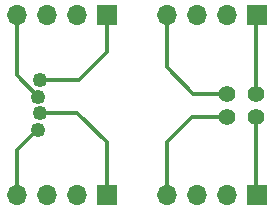
<source format=gbr>
%TF.GenerationSoftware,KiCad,Pcbnew,8.0.6*%
%TF.CreationDate,2024-12-16T09:55:52+00:00*%
%TF.ProjectId,StepperAdapterMount,53746570-7065-4724-9164-61707465724d,RevA*%
%TF.SameCoordinates,Original*%
%TF.FileFunction,Copper,L1,Top*%
%TF.FilePolarity,Positive*%
%FSLAX46Y46*%
G04 Gerber Fmt 4.6, Leading zero omitted, Abs format (unit mm)*
G04 Created by KiCad (PCBNEW 8.0.6) date 2024-12-16 09:55:52*
%MOMM*%
%LPD*%
G01*
G04 APERTURE LIST*
%TA.AperFunction,ComponentPad*%
%ADD10C,1.250000*%
%TD*%
%TA.AperFunction,ComponentPad*%
%ADD11C,1.400000*%
%TD*%
%TA.AperFunction,ComponentPad*%
%ADD12R,1.700000X1.700000*%
%TD*%
%TA.AperFunction,ComponentPad*%
%ADD13O,1.700000X1.700000*%
%TD*%
%TA.AperFunction,Conductor*%
%ADD14C,0.300000*%
%TD*%
G04 APERTURE END LIST*
D10*
%TO.P,M2,1,A+*%
%TO.N,/A2+*%
X43515000Y-205260000D03*
%TO.P,M2,2,A-*%
%TO.N,/A2-*%
X43515000Y-208060000D03*
%TO.P,M2,3,B+*%
%TO.N,/B2+*%
X43315000Y-206660000D03*
%TO.P,M2,4,B-*%
%TO.N,/B2-*%
X43315000Y-209460000D03*
%TD*%
D11*
%TO.P,M1,1,A+*%
%TO.N,/A1+*%
X61790000Y-206410000D03*
%TO.P,M1,2,A-*%
%TO.N,/A1-*%
X61790000Y-208410000D03*
%TO.P,M1,3,B+*%
%TO.N,/B1+*%
X59290000Y-206410000D03*
%TO.P,M1,4,B-*%
%TO.N,/B1-*%
X59290000Y-208410000D03*
%TD*%
D12*
%TO.P,J4,1,Pin_1*%
%TO.N,/A2-*%
X49130000Y-214980000D03*
D13*
%TO.P,J4,2,Pin_2*%
%TO.N,unconnected-(J4-Pin_2-Pad2)*%
X46590000Y-214980000D03*
%TO.P,J4,3,Pin_3*%
%TO.N,unconnected-(J4-Pin_3-Pad3)*%
X44050000Y-214980000D03*
%TO.P,J4,4,Pin_4*%
%TO.N,/B2-*%
X41510000Y-214980000D03*
%TD*%
D12*
%TO.P,J1,1,Pin_1*%
%TO.N,/A1+*%
X61830000Y-199740000D03*
D13*
%TO.P,J1,2,Pin_2*%
%TO.N,unconnected-(J1-Pin_2-Pad2)*%
X59290000Y-199740000D03*
%TO.P,J1,3,Pin_3*%
%TO.N,unconnected-(J1-Pin_3-Pad3)*%
X56750000Y-199740000D03*
%TO.P,J1,4,Pin_4*%
%TO.N,/B1+*%
X54210000Y-199740000D03*
%TD*%
D12*
%TO.P,J2,1,Pin_1*%
%TO.N,/A1-*%
X61830000Y-214980000D03*
D13*
%TO.P,J2,2,Pin_2*%
%TO.N,unconnected-(J2-Pin_2-Pad2)*%
X59290000Y-214980000D03*
%TO.P,J2,3,Pin_3*%
%TO.N,unconnected-(J2-Pin_3-Pad3)*%
X56750000Y-214980000D03*
%TO.P,J2,4,Pin_4*%
%TO.N,/B1-*%
X54210000Y-214980000D03*
%TD*%
D12*
%TO.P,J3,1,Pin_1*%
%TO.N,/A2+*%
X49130000Y-199740000D03*
D13*
%TO.P,J3,2,Pin_2*%
%TO.N,unconnected-(J3-Pin_2-Pad2)*%
X46590000Y-199740000D03*
%TO.P,J3,3,Pin_3*%
%TO.N,unconnected-(J3-Pin_3-Pad3)*%
X44050000Y-199740000D03*
%TO.P,J3,4,Pin_4*%
%TO.N,/B2+*%
X41510000Y-199740000D03*
%TD*%
D14*
%TO.N,/B1+*%
X54210000Y-199740000D02*
X54210000Y-204185000D01*
X54210000Y-204185000D02*
X56435000Y-206410000D01*
X56435000Y-206410000D02*
X59290000Y-206410000D01*
%TO.N,/B1-*%
X54210000Y-210535000D02*
X56335000Y-208410000D01*
X56335000Y-208410000D02*
X59290000Y-208410000D01*
X54210000Y-214980000D02*
X54210000Y-210535000D01*
%TO.N,/A1-*%
X61790000Y-208410000D02*
X61790000Y-214940000D01*
X61790000Y-214940000D02*
X61830000Y-214980000D01*
%TO.N,/A1+*%
X61790000Y-199780000D02*
X61830000Y-199740000D01*
X61790000Y-206410000D02*
X61790000Y-199780000D01*
%TO.N,/B2-*%
X41510000Y-211170000D02*
X41510000Y-214980000D01*
X43220000Y-209460000D02*
X41510000Y-211170000D01*
X43315000Y-209460000D02*
X43220000Y-209460000D01*
%TO.N,/A2-*%
X49130000Y-210535000D02*
X49130000Y-214980000D01*
X46655000Y-208060000D02*
X49130000Y-210535000D01*
X43515000Y-208060000D02*
X46655000Y-208060000D01*
%TO.N,/A2+*%
X46785000Y-205260000D02*
X49130000Y-202915000D01*
X43515000Y-205260000D02*
X46785000Y-205260000D01*
X49130000Y-202915000D02*
X49130000Y-199740000D01*
%TO.N,/B2+*%
X41510000Y-204855000D02*
X43315000Y-206660000D01*
X41510000Y-199740000D02*
X41510000Y-204855000D01*
%TD*%
M02*

</source>
